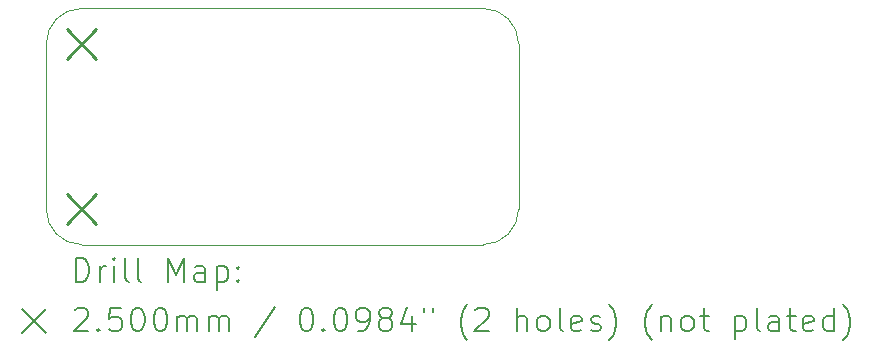
<source format=gbr>
%FSLAX45Y45*%
G04 Gerber Fmt 4.5, Leading zero omitted, Abs format (unit mm)*
G04 Created by KiCad (PCBNEW (6.0.0-0)) date 2022-08-17 22:10:33*
%MOMM*%
%LPD*%
G01*
G04 APERTURE LIST*
%TA.AperFunction,Profile*%
%ADD10C,0.100000*%
%TD*%
%ADD11C,0.200000*%
%ADD12C,0.250000*%
G04 APERTURE END LIST*
D10*
X14300000Y-8000000D02*
X17700000Y-8000000D01*
X17700000Y-10000000D02*
X14300000Y-10000000D01*
X14000000Y-9700000D02*
X14000000Y-8300000D01*
X18000000Y-8300000D02*
X18000000Y-9700000D01*
X18000000Y-8300000D02*
G75*
G03*
X17700000Y-8000000I-300000J0D01*
G01*
X17700000Y-10000000D02*
G75*
G03*
X18000000Y-9700000I0J300000D01*
G01*
X14000000Y-9700000D02*
G75*
G03*
X14300000Y-10000000I300000J0D01*
G01*
X14300000Y-8000000D02*
G75*
G03*
X14000000Y-8300000I0J-300000D01*
G01*
D11*
D12*
X14175000Y-8175000D02*
X14425000Y-8425000D01*
X14425000Y-8175000D02*
X14175000Y-8425000D01*
X14175000Y-9575000D02*
X14425000Y-9825000D01*
X14425000Y-9575000D02*
X14175000Y-9825000D01*
D11*
X14252619Y-10315476D02*
X14252619Y-10115476D01*
X14300238Y-10115476D01*
X14328809Y-10125000D01*
X14347857Y-10144048D01*
X14357381Y-10163095D01*
X14366905Y-10201190D01*
X14366905Y-10229762D01*
X14357381Y-10267857D01*
X14347857Y-10286905D01*
X14328809Y-10305952D01*
X14300238Y-10315476D01*
X14252619Y-10315476D01*
X14452619Y-10315476D02*
X14452619Y-10182143D01*
X14452619Y-10220238D02*
X14462143Y-10201190D01*
X14471667Y-10191667D01*
X14490714Y-10182143D01*
X14509762Y-10182143D01*
X14576428Y-10315476D02*
X14576428Y-10182143D01*
X14576428Y-10115476D02*
X14566905Y-10125000D01*
X14576428Y-10134524D01*
X14585952Y-10125000D01*
X14576428Y-10115476D01*
X14576428Y-10134524D01*
X14700238Y-10315476D02*
X14681190Y-10305952D01*
X14671667Y-10286905D01*
X14671667Y-10115476D01*
X14805000Y-10315476D02*
X14785952Y-10305952D01*
X14776428Y-10286905D01*
X14776428Y-10115476D01*
X15033571Y-10315476D02*
X15033571Y-10115476D01*
X15100238Y-10258333D01*
X15166905Y-10115476D01*
X15166905Y-10315476D01*
X15347857Y-10315476D02*
X15347857Y-10210714D01*
X15338333Y-10191667D01*
X15319286Y-10182143D01*
X15281190Y-10182143D01*
X15262143Y-10191667D01*
X15347857Y-10305952D02*
X15328809Y-10315476D01*
X15281190Y-10315476D01*
X15262143Y-10305952D01*
X15252619Y-10286905D01*
X15252619Y-10267857D01*
X15262143Y-10248810D01*
X15281190Y-10239286D01*
X15328809Y-10239286D01*
X15347857Y-10229762D01*
X15443095Y-10182143D02*
X15443095Y-10382143D01*
X15443095Y-10191667D02*
X15462143Y-10182143D01*
X15500238Y-10182143D01*
X15519286Y-10191667D01*
X15528809Y-10201190D01*
X15538333Y-10220238D01*
X15538333Y-10277381D01*
X15528809Y-10296429D01*
X15519286Y-10305952D01*
X15500238Y-10315476D01*
X15462143Y-10315476D01*
X15443095Y-10305952D01*
X15624048Y-10296429D02*
X15633571Y-10305952D01*
X15624048Y-10315476D01*
X15614524Y-10305952D01*
X15624048Y-10296429D01*
X15624048Y-10315476D01*
X15624048Y-10191667D02*
X15633571Y-10201190D01*
X15624048Y-10210714D01*
X15614524Y-10201190D01*
X15624048Y-10191667D01*
X15624048Y-10210714D01*
X13795000Y-10545000D02*
X13995000Y-10745000D01*
X13995000Y-10545000D02*
X13795000Y-10745000D01*
X14243095Y-10554524D02*
X14252619Y-10545000D01*
X14271667Y-10535476D01*
X14319286Y-10535476D01*
X14338333Y-10545000D01*
X14347857Y-10554524D01*
X14357381Y-10573571D01*
X14357381Y-10592619D01*
X14347857Y-10621190D01*
X14233571Y-10735476D01*
X14357381Y-10735476D01*
X14443095Y-10716429D02*
X14452619Y-10725952D01*
X14443095Y-10735476D01*
X14433571Y-10725952D01*
X14443095Y-10716429D01*
X14443095Y-10735476D01*
X14633571Y-10535476D02*
X14538333Y-10535476D01*
X14528809Y-10630714D01*
X14538333Y-10621190D01*
X14557381Y-10611667D01*
X14605000Y-10611667D01*
X14624048Y-10621190D01*
X14633571Y-10630714D01*
X14643095Y-10649762D01*
X14643095Y-10697381D01*
X14633571Y-10716429D01*
X14624048Y-10725952D01*
X14605000Y-10735476D01*
X14557381Y-10735476D01*
X14538333Y-10725952D01*
X14528809Y-10716429D01*
X14766905Y-10535476D02*
X14785952Y-10535476D01*
X14805000Y-10545000D01*
X14814524Y-10554524D01*
X14824048Y-10573571D01*
X14833571Y-10611667D01*
X14833571Y-10659286D01*
X14824048Y-10697381D01*
X14814524Y-10716429D01*
X14805000Y-10725952D01*
X14785952Y-10735476D01*
X14766905Y-10735476D01*
X14747857Y-10725952D01*
X14738333Y-10716429D01*
X14728809Y-10697381D01*
X14719286Y-10659286D01*
X14719286Y-10611667D01*
X14728809Y-10573571D01*
X14738333Y-10554524D01*
X14747857Y-10545000D01*
X14766905Y-10535476D01*
X14957381Y-10535476D02*
X14976428Y-10535476D01*
X14995476Y-10545000D01*
X15005000Y-10554524D01*
X15014524Y-10573571D01*
X15024048Y-10611667D01*
X15024048Y-10659286D01*
X15014524Y-10697381D01*
X15005000Y-10716429D01*
X14995476Y-10725952D01*
X14976428Y-10735476D01*
X14957381Y-10735476D01*
X14938333Y-10725952D01*
X14928809Y-10716429D01*
X14919286Y-10697381D01*
X14909762Y-10659286D01*
X14909762Y-10611667D01*
X14919286Y-10573571D01*
X14928809Y-10554524D01*
X14938333Y-10545000D01*
X14957381Y-10535476D01*
X15109762Y-10735476D02*
X15109762Y-10602143D01*
X15109762Y-10621190D02*
X15119286Y-10611667D01*
X15138333Y-10602143D01*
X15166905Y-10602143D01*
X15185952Y-10611667D01*
X15195476Y-10630714D01*
X15195476Y-10735476D01*
X15195476Y-10630714D02*
X15205000Y-10611667D01*
X15224048Y-10602143D01*
X15252619Y-10602143D01*
X15271667Y-10611667D01*
X15281190Y-10630714D01*
X15281190Y-10735476D01*
X15376428Y-10735476D02*
X15376428Y-10602143D01*
X15376428Y-10621190D02*
X15385952Y-10611667D01*
X15405000Y-10602143D01*
X15433571Y-10602143D01*
X15452619Y-10611667D01*
X15462143Y-10630714D01*
X15462143Y-10735476D01*
X15462143Y-10630714D02*
X15471667Y-10611667D01*
X15490714Y-10602143D01*
X15519286Y-10602143D01*
X15538333Y-10611667D01*
X15547857Y-10630714D01*
X15547857Y-10735476D01*
X15938333Y-10525952D02*
X15766905Y-10783095D01*
X16195476Y-10535476D02*
X16214524Y-10535476D01*
X16233571Y-10545000D01*
X16243095Y-10554524D01*
X16252619Y-10573571D01*
X16262143Y-10611667D01*
X16262143Y-10659286D01*
X16252619Y-10697381D01*
X16243095Y-10716429D01*
X16233571Y-10725952D01*
X16214524Y-10735476D01*
X16195476Y-10735476D01*
X16176428Y-10725952D01*
X16166905Y-10716429D01*
X16157381Y-10697381D01*
X16147857Y-10659286D01*
X16147857Y-10611667D01*
X16157381Y-10573571D01*
X16166905Y-10554524D01*
X16176428Y-10545000D01*
X16195476Y-10535476D01*
X16347857Y-10716429D02*
X16357381Y-10725952D01*
X16347857Y-10735476D01*
X16338333Y-10725952D01*
X16347857Y-10716429D01*
X16347857Y-10735476D01*
X16481190Y-10535476D02*
X16500238Y-10535476D01*
X16519286Y-10545000D01*
X16528809Y-10554524D01*
X16538333Y-10573571D01*
X16547857Y-10611667D01*
X16547857Y-10659286D01*
X16538333Y-10697381D01*
X16528809Y-10716429D01*
X16519286Y-10725952D01*
X16500238Y-10735476D01*
X16481190Y-10735476D01*
X16462143Y-10725952D01*
X16452619Y-10716429D01*
X16443095Y-10697381D01*
X16433571Y-10659286D01*
X16433571Y-10611667D01*
X16443095Y-10573571D01*
X16452619Y-10554524D01*
X16462143Y-10545000D01*
X16481190Y-10535476D01*
X16643095Y-10735476D02*
X16681190Y-10735476D01*
X16700238Y-10725952D01*
X16709762Y-10716429D01*
X16728809Y-10687857D01*
X16738333Y-10649762D01*
X16738333Y-10573571D01*
X16728809Y-10554524D01*
X16719286Y-10545000D01*
X16700238Y-10535476D01*
X16662143Y-10535476D01*
X16643095Y-10545000D01*
X16633571Y-10554524D01*
X16624048Y-10573571D01*
X16624048Y-10621190D01*
X16633571Y-10640238D01*
X16643095Y-10649762D01*
X16662143Y-10659286D01*
X16700238Y-10659286D01*
X16719286Y-10649762D01*
X16728809Y-10640238D01*
X16738333Y-10621190D01*
X16852619Y-10621190D02*
X16833571Y-10611667D01*
X16824048Y-10602143D01*
X16814524Y-10583095D01*
X16814524Y-10573571D01*
X16824048Y-10554524D01*
X16833571Y-10545000D01*
X16852619Y-10535476D01*
X16890714Y-10535476D01*
X16909762Y-10545000D01*
X16919286Y-10554524D01*
X16928810Y-10573571D01*
X16928810Y-10583095D01*
X16919286Y-10602143D01*
X16909762Y-10611667D01*
X16890714Y-10621190D01*
X16852619Y-10621190D01*
X16833571Y-10630714D01*
X16824048Y-10640238D01*
X16814524Y-10659286D01*
X16814524Y-10697381D01*
X16824048Y-10716429D01*
X16833571Y-10725952D01*
X16852619Y-10735476D01*
X16890714Y-10735476D01*
X16909762Y-10725952D01*
X16919286Y-10716429D01*
X16928810Y-10697381D01*
X16928810Y-10659286D01*
X16919286Y-10640238D01*
X16909762Y-10630714D01*
X16890714Y-10621190D01*
X17100238Y-10602143D02*
X17100238Y-10735476D01*
X17052619Y-10525952D02*
X17005000Y-10668810D01*
X17128810Y-10668810D01*
X17195476Y-10535476D02*
X17195476Y-10573571D01*
X17271667Y-10535476D02*
X17271667Y-10573571D01*
X17566905Y-10811667D02*
X17557381Y-10802143D01*
X17538333Y-10773571D01*
X17528810Y-10754524D01*
X17519286Y-10725952D01*
X17509762Y-10678333D01*
X17509762Y-10640238D01*
X17519286Y-10592619D01*
X17528810Y-10564048D01*
X17538333Y-10545000D01*
X17557381Y-10516429D01*
X17566905Y-10506905D01*
X17633571Y-10554524D02*
X17643095Y-10545000D01*
X17662143Y-10535476D01*
X17709762Y-10535476D01*
X17728810Y-10545000D01*
X17738333Y-10554524D01*
X17747857Y-10573571D01*
X17747857Y-10592619D01*
X17738333Y-10621190D01*
X17624048Y-10735476D01*
X17747857Y-10735476D01*
X17985952Y-10735476D02*
X17985952Y-10535476D01*
X18071667Y-10735476D02*
X18071667Y-10630714D01*
X18062143Y-10611667D01*
X18043095Y-10602143D01*
X18014524Y-10602143D01*
X17995476Y-10611667D01*
X17985952Y-10621190D01*
X18195476Y-10735476D02*
X18176429Y-10725952D01*
X18166905Y-10716429D01*
X18157381Y-10697381D01*
X18157381Y-10640238D01*
X18166905Y-10621190D01*
X18176429Y-10611667D01*
X18195476Y-10602143D01*
X18224048Y-10602143D01*
X18243095Y-10611667D01*
X18252619Y-10621190D01*
X18262143Y-10640238D01*
X18262143Y-10697381D01*
X18252619Y-10716429D01*
X18243095Y-10725952D01*
X18224048Y-10735476D01*
X18195476Y-10735476D01*
X18376429Y-10735476D02*
X18357381Y-10725952D01*
X18347857Y-10706905D01*
X18347857Y-10535476D01*
X18528810Y-10725952D02*
X18509762Y-10735476D01*
X18471667Y-10735476D01*
X18452619Y-10725952D01*
X18443095Y-10706905D01*
X18443095Y-10630714D01*
X18452619Y-10611667D01*
X18471667Y-10602143D01*
X18509762Y-10602143D01*
X18528810Y-10611667D01*
X18538333Y-10630714D01*
X18538333Y-10649762D01*
X18443095Y-10668810D01*
X18614524Y-10725952D02*
X18633571Y-10735476D01*
X18671667Y-10735476D01*
X18690714Y-10725952D01*
X18700238Y-10706905D01*
X18700238Y-10697381D01*
X18690714Y-10678333D01*
X18671667Y-10668810D01*
X18643095Y-10668810D01*
X18624048Y-10659286D01*
X18614524Y-10640238D01*
X18614524Y-10630714D01*
X18624048Y-10611667D01*
X18643095Y-10602143D01*
X18671667Y-10602143D01*
X18690714Y-10611667D01*
X18766905Y-10811667D02*
X18776429Y-10802143D01*
X18795476Y-10773571D01*
X18805000Y-10754524D01*
X18814524Y-10725952D01*
X18824048Y-10678333D01*
X18824048Y-10640238D01*
X18814524Y-10592619D01*
X18805000Y-10564048D01*
X18795476Y-10545000D01*
X18776429Y-10516429D01*
X18766905Y-10506905D01*
X19128810Y-10811667D02*
X19119286Y-10802143D01*
X19100238Y-10773571D01*
X19090714Y-10754524D01*
X19081190Y-10725952D01*
X19071667Y-10678333D01*
X19071667Y-10640238D01*
X19081190Y-10592619D01*
X19090714Y-10564048D01*
X19100238Y-10545000D01*
X19119286Y-10516429D01*
X19128810Y-10506905D01*
X19205000Y-10602143D02*
X19205000Y-10735476D01*
X19205000Y-10621190D02*
X19214524Y-10611667D01*
X19233571Y-10602143D01*
X19262143Y-10602143D01*
X19281190Y-10611667D01*
X19290714Y-10630714D01*
X19290714Y-10735476D01*
X19414524Y-10735476D02*
X19395476Y-10725952D01*
X19385952Y-10716429D01*
X19376429Y-10697381D01*
X19376429Y-10640238D01*
X19385952Y-10621190D01*
X19395476Y-10611667D01*
X19414524Y-10602143D01*
X19443095Y-10602143D01*
X19462143Y-10611667D01*
X19471667Y-10621190D01*
X19481190Y-10640238D01*
X19481190Y-10697381D01*
X19471667Y-10716429D01*
X19462143Y-10725952D01*
X19443095Y-10735476D01*
X19414524Y-10735476D01*
X19538333Y-10602143D02*
X19614524Y-10602143D01*
X19566905Y-10535476D02*
X19566905Y-10706905D01*
X19576429Y-10725952D01*
X19595476Y-10735476D01*
X19614524Y-10735476D01*
X19833571Y-10602143D02*
X19833571Y-10802143D01*
X19833571Y-10611667D02*
X19852619Y-10602143D01*
X19890714Y-10602143D01*
X19909762Y-10611667D01*
X19919286Y-10621190D01*
X19928810Y-10640238D01*
X19928810Y-10697381D01*
X19919286Y-10716429D01*
X19909762Y-10725952D01*
X19890714Y-10735476D01*
X19852619Y-10735476D01*
X19833571Y-10725952D01*
X20043095Y-10735476D02*
X20024048Y-10725952D01*
X20014524Y-10706905D01*
X20014524Y-10535476D01*
X20205000Y-10735476D02*
X20205000Y-10630714D01*
X20195476Y-10611667D01*
X20176429Y-10602143D01*
X20138333Y-10602143D01*
X20119286Y-10611667D01*
X20205000Y-10725952D02*
X20185952Y-10735476D01*
X20138333Y-10735476D01*
X20119286Y-10725952D01*
X20109762Y-10706905D01*
X20109762Y-10687857D01*
X20119286Y-10668810D01*
X20138333Y-10659286D01*
X20185952Y-10659286D01*
X20205000Y-10649762D01*
X20271667Y-10602143D02*
X20347857Y-10602143D01*
X20300238Y-10535476D02*
X20300238Y-10706905D01*
X20309762Y-10725952D01*
X20328810Y-10735476D01*
X20347857Y-10735476D01*
X20490714Y-10725952D02*
X20471667Y-10735476D01*
X20433571Y-10735476D01*
X20414524Y-10725952D01*
X20405000Y-10706905D01*
X20405000Y-10630714D01*
X20414524Y-10611667D01*
X20433571Y-10602143D01*
X20471667Y-10602143D01*
X20490714Y-10611667D01*
X20500238Y-10630714D01*
X20500238Y-10649762D01*
X20405000Y-10668810D01*
X20671667Y-10735476D02*
X20671667Y-10535476D01*
X20671667Y-10725952D02*
X20652619Y-10735476D01*
X20614524Y-10735476D01*
X20595476Y-10725952D01*
X20585952Y-10716429D01*
X20576429Y-10697381D01*
X20576429Y-10640238D01*
X20585952Y-10621190D01*
X20595476Y-10611667D01*
X20614524Y-10602143D01*
X20652619Y-10602143D01*
X20671667Y-10611667D01*
X20747857Y-10811667D02*
X20757381Y-10802143D01*
X20776429Y-10773571D01*
X20785952Y-10754524D01*
X20795476Y-10725952D01*
X20805000Y-10678333D01*
X20805000Y-10640238D01*
X20795476Y-10592619D01*
X20785952Y-10564048D01*
X20776429Y-10545000D01*
X20757381Y-10516429D01*
X20747857Y-10506905D01*
M02*

</source>
